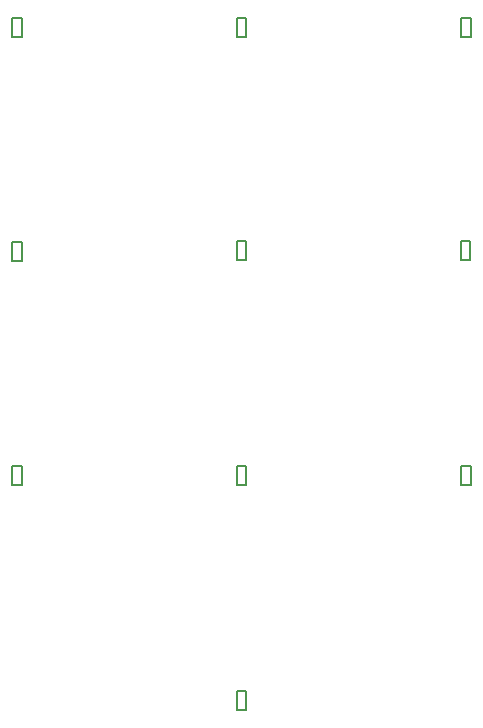
<source format=gbr>
G04 #@! TF.FileFunction,Other,Fab,Bot*
%FSLAX46Y46*%
G04 Gerber Fmt 4.6, Leading zero omitted, Abs format (unit mm)*
G04 Created by KiCad (PCBNEW 4.0.5-e0-6337~49~ubuntu16.04.1) date Tue Jan  3 12:00:36 2017*
%MOMM*%
%LPD*%
G01*
G04 APERTURE LIST*
%ADD10C,0.100000*%
%ADD11C,0.150000*%
G04 APERTURE END LIST*
D10*
D11*
X118200000Y-54650000D02*
X119000000Y-54650000D01*
X118200000Y-53050000D02*
X118200000Y-54650000D01*
X119000000Y-53050000D02*
X118200000Y-53050000D01*
X119000000Y-54650000D02*
X119000000Y-53050000D01*
X118200000Y-73650000D02*
X119000000Y-73650000D01*
X118200000Y-72050000D02*
X118200000Y-73650000D01*
X119000000Y-72050000D02*
X118200000Y-72050000D01*
X119000000Y-73650000D02*
X119000000Y-72050000D01*
X118200000Y-92650000D02*
X119000000Y-92650000D01*
X118200000Y-91050000D02*
X118200000Y-92650000D01*
X119000000Y-91050000D02*
X118200000Y-91050000D01*
X119000000Y-92650000D02*
X119000000Y-91050000D01*
X137200000Y-54650000D02*
X138000000Y-54650000D01*
X137200000Y-53050000D02*
X137200000Y-54650000D01*
X138000000Y-53050000D02*
X137200000Y-53050000D01*
X138000000Y-54650000D02*
X138000000Y-53050000D01*
X137200000Y-73600000D02*
X138000000Y-73600000D01*
X137200000Y-72000000D02*
X137200000Y-73600000D01*
X138000000Y-72000000D02*
X137200000Y-72000000D01*
X138000000Y-73600000D02*
X138000000Y-72000000D01*
X137200000Y-92650000D02*
X138000000Y-92650000D01*
X137200000Y-91050000D02*
X137200000Y-92650000D01*
X138000000Y-91050000D02*
X137200000Y-91050000D01*
X138000000Y-92650000D02*
X138000000Y-91050000D01*
X137200000Y-111650000D02*
X138000000Y-111650000D01*
X137200000Y-110050000D02*
X137200000Y-111650000D01*
X138000000Y-110050000D02*
X137200000Y-110050000D01*
X138000000Y-111650000D02*
X138000000Y-110050000D01*
X156200000Y-54650000D02*
X157000000Y-54650000D01*
X156200000Y-53050000D02*
X156200000Y-54650000D01*
X157000000Y-53050000D02*
X156200000Y-53050000D01*
X157000000Y-54650000D02*
X157000000Y-53050000D01*
X156150000Y-73550000D02*
X156950000Y-73550000D01*
X156150000Y-71950000D02*
X156150000Y-73550000D01*
X156950000Y-71950000D02*
X156150000Y-71950000D01*
X156950000Y-73550000D02*
X156950000Y-71950000D01*
X156200000Y-92650000D02*
X157000000Y-92650000D01*
X156200000Y-91050000D02*
X156200000Y-92650000D01*
X157000000Y-91050000D02*
X156200000Y-91050000D01*
X157000000Y-92650000D02*
X157000000Y-91050000D01*
M02*

</source>
